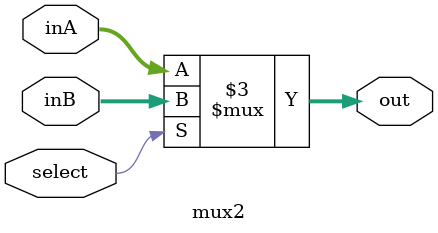
<source format=sv>
module mux2
	#(parameter DATA_SIZE=32)
	(input logic[DATA_SIZE-1:0] inA,
	input logic[DATA_SIZE-1:0] inB,
	input logic select,
	output logic[DATA_SIZE-1:0] out);

always_comb
begin
	if(select)
		out = inB;
	else
		out = inA;
end

endmodule

</source>
